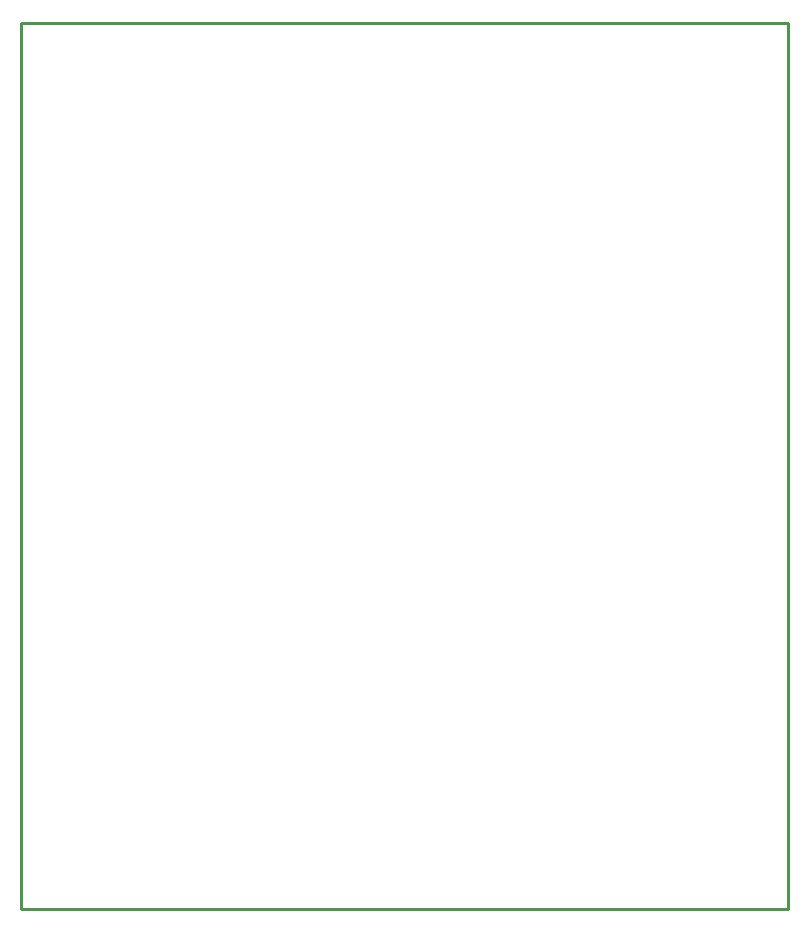
<source format=gko>
G04 Layer: BoardOutlineLayer*
G04 EasyEDA v6.5.23, 2023-06-19 12:13:42*
G04 e563b856323e489fb497cbcb29ae2dd2,10*
G04 Gerber Generator version 0.2*
G04 Scale: 100 percent, Rotated: No, Reflected: No *
G04 Dimensions in millimeters *
G04 leading zeros omitted , absolute positions ,4 integer and 5 decimal *
%FSLAX45Y45*%
%MOMM*%

%ADD10C,0.2540*%
D10*
X0Y7499985D02*
G01*
X6499986Y7499985D01*
X6499986Y0D01*
X0Y0D01*
X0Y7499985D01*

%LPD*%
M02*

</source>
